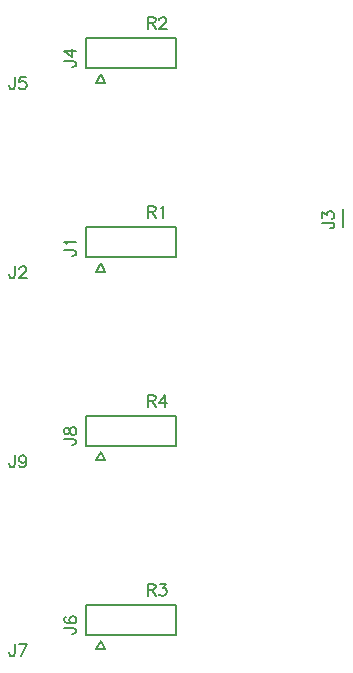
<source format=gto>
%FSLAX46Y46*%
%MOMM*%
%ADD10C,0.150000*%
%ADD11C,0.200000*%
G01*
%LPD*%
G01*
%LPD*%
D10*
X5199143Y-31342096D02*
X5199143Y-30580190D01*
D10*
X5151524Y-31484952D02*
X5199143Y-31342096D01*
D10*
X5103905Y-31532572D02*
X5151524Y-31484952D01*
D10*
X5008667Y-31580190D02*
X5103905Y-31532572D01*
D10*
X4913428Y-31580190D02*
X5008667Y-31580190D01*
D10*
X4818190Y-31532572D02*
X4913428Y-31580190D01*
D10*
X4770571Y-31484952D02*
X4818190Y-31532572D01*
D10*
X4722952Y-31342096D02*
X4770571Y-31484952D01*
D10*
X4722952Y-31246858D02*
X4722952Y-31342096D01*
D10*
X5580095Y-30770666D02*
X5580095Y-30818286D01*
D10*
X5627714Y-30675428D02*
X5580095Y-30770666D01*
D10*
X5675333Y-30627810D02*
X5627714Y-30675428D01*
D10*
X5770571Y-30580190D02*
X5675333Y-30627810D01*
D10*
X5961047Y-30580190D02*
X5770571Y-30580190D01*
D10*
X6056285Y-30627810D02*
X5961047Y-30580190D01*
D10*
X6103905Y-30675428D02*
X6056285Y-30627810D01*
D10*
X6151524Y-30770666D02*
X6103905Y-30675428D01*
D10*
X6151524Y-30865904D02*
X6151524Y-30770666D01*
D10*
X6103905Y-30961142D02*
X6151524Y-30865904D01*
D10*
X6008666Y-31104000D02*
X6103905Y-30961142D01*
D10*
X5532476Y-31580190D02*
X6008666Y-31104000D01*
D10*
X6199143Y-31580190D02*
X5532476Y-31580190D01*
D10*
X5199143Y-15342095D02*
X5199143Y-14580190D01*
D10*
X5151524Y-15484952D02*
X5199143Y-15342095D01*
D10*
X5103905Y-15532571D02*
X5151524Y-15484952D01*
D10*
X5008667Y-15580190D02*
X5103905Y-15532571D01*
D10*
X4913428Y-15580190D02*
X5008667Y-15580190D01*
D10*
X4818190Y-15532571D02*
X4913428Y-15580190D01*
D10*
X4770571Y-15484952D02*
X4818190Y-15532571D01*
D10*
X4722952Y-15342095D02*
X4770571Y-15484952D01*
D10*
X4722952Y-15246857D02*
X4722952Y-15342095D01*
D10*
X5627714Y-14580190D02*
X6103905Y-14580190D01*
D10*
X5580095Y-15008762D02*
X5627714Y-14580190D01*
D10*
X5627714Y-14961143D02*
X5580095Y-15008762D01*
D10*
X5770571Y-14913524D02*
X5627714Y-14961143D01*
D10*
X5913428Y-14913524D02*
X5770571Y-14913524D01*
D10*
X6056285Y-14961143D02*
X5913428Y-14913524D01*
D10*
X6151524Y-15056381D02*
X6056285Y-14961143D01*
D10*
X6199143Y-15199238D02*
X6151524Y-15056381D01*
D10*
X6199143Y-15294476D02*
X6199143Y-15199238D01*
D10*
X6151524Y-15437333D02*
X6199143Y-15294476D01*
D10*
X6056285Y-15532571D02*
X6151524Y-15437333D01*
D10*
X5913428Y-15580190D02*
X6056285Y-15532571D01*
D10*
X5770571Y-15580190D02*
X5913428Y-15580190D01*
D10*
X5627714Y-15532571D02*
X5770571Y-15580190D01*
D10*
X5580095Y-15484952D02*
X5627714Y-15532571D01*
D10*
X5532476Y-15389714D02*
X5580095Y-15484952D01*
D10*
X18810000Y-61770000D02*
X11190000Y-61770000D01*
D10*
X11190000Y-59230000D02*
X18810000Y-59230000D01*
D10*
X12085000Y-63020000D02*
X12460000Y-62270000D01*
D10*
X12460000Y-62270000D02*
X12835000Y-63020000D01*
D10*
X18810000Y-59230000D02*
X18810000Y-61770000D01*
D10*
X12835000Y-63020000D02*
X12085000Y-63020000D01*
D10*
X11190000Y-61770000D02*
X11190000Y-59230000D01*
D10*
X10158095Y-61198572D02*
X9396190Y-61198572D01*
D10*
X10300952Y-61246192D02*
X10158095Y-61198572D01*
D10*
X10348571Y-61293808D02*
X10300952Y-61246192D01*
D10*
X10396190Y-61389048D02*
X10348571Y-61293808D01*
D10*
X10396190Y-61484284D02*
X10396190Y-61389048D01*
D10*
X10348571Y-61579524D02*
X10396190Y-61484284D01*
D10*
X10300952Y-61627144D02*
X10348571Y-61579524D01*
D10*
X10158095Y-61674760D02*
X10300952Y-61627144D01*
D10*
X10062857Y-61674760D02*
X10158095Y-61674760D01*
D10*
X9443810Y-60293808D02*
X9539048Y-60246192D01*
D10*
X9396190Y-60436668D02*
X9443810Y-60293808D01*
D10*
X9396190Y-60531904D02*
X9396190Y-60436668D01*
D10*
X9443810Y-60674760D02*
X9396190Y-60531904D01*
D10*
X9586667Y-60770000D02*
X9443810Y-60674760D01*
D10*
X9824762Y-60817620D02*
X9586667Y-60770000D01*
D10*
X10062857Y-60817620D02*
X9824762Y-60817620D01*
D10*
X10253333Y-60770000D02*
X10062857Y-60817620D01*
D10*
X10348571Y-60674760D02*
X10253333Y-60770000D01*
D10*
X10396190Y-60531904D02*
X10348571Y-60674760D01*
D10*
X10396190Y-60484284D02*
X10396190Y-60531904D01*
D10*
X10348571Y-60341428D02*
X10396190Y-60484284D01*
D10*
X10253333Y-60246192D02*
X10348571Y-60341428D01*
D10*
X10110476Y-60198572D02*
X10253333Y-60246192D01*
D10*
X10062857Y-60198572D02*
X10110476Y-60198572D01*
D10*
X9920000Y-60246192D02*
X10062857Y-60198572D01*
D10*
X9824762Y-60341428D02*
X9920000Y-60246192D01*
D10*
X9777143Y-60484284D02*
X9824762Y-60341428D01*
D10*
X9777143Y-60531904D02*
X9777143Y-60484284D01*
D10*
X9824762Y-60674760D02*
X9777143Y-60531904D01*
D10*
X9920000Y-60770000D02*
X9824762Y-60674760D01*
D10*
X10062857Y-60817620D02*
X9920000Y-60770000D01*
D11*
X33000000Y-27250000D02*
X33000000Y-25750000D01*
D10*
X31988096Y-26892858D02*
X31226190Y-26892858D01*
D10*
X32130952Y-26940476D02*
X31988096Y-26892858D01*
D10*
X32178572Y-26988096D02*
X32130952Y-26940476D01*
D10*
X32226190Y-27083334D02*
X32178572Y-26988096D01*
D10*
X32226190Y-27178572D02*
X32226190Y-27083334D01*
D10*
X32178572Y-27273810D02*
X32226190Y-27178572D01*
D10*
X32130952Y-27321428D02*
X32178572Y-27273810D01*
D10*
X31988096Y-27369048D02*
X32130952Y-27321428D01*
D10*
X31892858Y-27369048D02*
X31988096Y-27369048D01*
D10*
X31226190Y-25940476D02*
X31226190Y-26464286D01*
D10*
X31607142Y-26226190D02*
X31226190Y-25940476D01*
D10*
X31607142Y-26083334D02*
X31607142Y-26226190D01*
D10*
X31654762Y-25988096D02*
X31607142Y-26083334D01*
D10*
X31702380Y-25940476D02*
X31654762Y-25988096D01*
D10*
X31845238Y-25892858D02*
X31702380Y-25940476D01*
D10*
X31940476Y-25892858D02*
X31845238Y-25892858D01*
D10*
X32083334Y-25940476D02*
X31940476Y-25892858D01*
D10*
X32178572Y-26035714D02*
X32083334Y-25940476D01*
D10*
X32226190Y-26178572D02*
X32178572Y-26035714D01*
D10*
X32226190Y-26321428D02*
X32226190Y-26178572D01*
D10*
X32178572Y-26464286D02*
X32226190Y-26321428D01*
D10*
X32130952Y-26511904D02*
X32178572Y-26464286D01*
D10*
X32035714Y-26559524D02*
X32130952Y-26511904D01*
D10*
X16438095Y-58476192D02*
X16438095Y-57476192D01*
D10*
X16866666Y-57476192D02*
X16438095Y-57476192D01*
D10*
X17009524Y-57523808D02*
X16866666Y-57476192D01*
D10*
X17057142Y-57571428D02*
X17009524Y-57523808D01*
D10*
X17104762Y-57666668D02*
X17057142Y-57571428D01*
D10*
X17104762Y-57761904D02*
X17104762Y-57666668D01*
D10*
X17057142Y-57857144D02*
X17104762Y-57761904D01*
D10*
X17009524Y-57904760D02*
X17057142Y-57857144D01*
D10*
X16866666Y-57952380D02*
X17009524Y-57904760D01*
D10*
X16438095Y-57952380D02*
X16866666Y-57952380D01*
D10*
X17104762Y-58476192D02*
X16771429Y-57952380D01*
D10*
X18009524Y-57476192D02*
X17485714Y-57476192D01*
D10*
X17723810Y-57857144D02*
X18009524Y-57476192D01*
D10*
X17866666Y-57857144D02*
X17723810Y-57857144D01*
D10*
X17961904Y-57904760D02*
X17866666Y-57857144D01*
D10*
X18009524Y-57952380D02*
X17961904Y-57904760D01*
D10*
X18057142Y-58095240D02*
X18009524Y-57952380D01*
D10*
X18057142Y-58190476D02*
X18057142Y-58095240D01*
D10*
X18009524Y-58333332D02*
X18057142Y-58190476D01*
D10*
X17914286Y-58428572D02*
X18009524Y-58333332D01*
D10*
X17771428Y-58476192D02*
X17914286Y-58428572D01*
D10*
X17628572Y-58476192D02*
X17771428Y-58476192D01*
D10*
X17485714Y-58428572D02*
X17628572Y-58476192D01*
D10*
X17438096Y-58380952D02*
X17485714Y-58428572D01*
D10*
X17390476Y-58285716D02*
X17438096Y-58380952D01*
D10*
X16438095Y-26476190D02*
X16438095Y-25476190D01*
D10*
X16866666Y-25476190D02*
X16438095Y-25476190D01*
D10*
X17009524Y-25523810D02*
X16866666Y-25476190D01*
D10*
X17057142Y-25571428D02*
X17009524Y-25523810D01*
D10*
X17104762Y-25666666D02*
X17057142Y-25571428D01*
D10*
X17104762Y-25761904D02*
X17104762Y-25666666D01*
D10*
X17057142Y-25857142D02*
X17104762Y-25761904D01*
D10*
X17009524Y-25904762D02*
X17057142Y-25857142D01*
D10*
X16866666Y-25952380D02*
X17009524Y-25904762D01*
D10*
X16438095Y-25952380D02*
X16866666Y-25952380D01*
D10*
X17104762Y-26476190D02*
X16771429Y-25952380D01*
D10*
X17628572Y-25619048D02*
X17533334Y-25666666D01*
D10*
X17771428Y-25476190D02*
X17628572Y-25619048D01*
D10*
X17771428Y-26476190D02*
X17771428Y-25476190D01*
D10*
X5199143Y-47342096D02*
X5199143Y-46580192D01*
D10*
X5151524Y-47484952D02*
X5199143Y-47342096D01*
D10*
X5103905Y-47532572D02*
X5151524Y-47484952D01*
D10*
X5008667Y-47580192D02*
X5103905Y-47532572D01*
D10*
X4913428Y-47580192D02*
X5008667Y-47580192D01*
D10*
X4818190Y-47532572D02*
X4913428Y-47580192D01*
D10*
X4770571Y-47484952D02*
X4818190Y-47532572D01*
D10*
X4722952Y-47342096D02*
X4770571Y-47484952D01*
D10*
X4722952Y-47246856D02*
X4722952Y-47342096D01*
D10*
X6103905Y-47056380D02*
X6151524Y-46913524D01*
D10*
X6008666Y-47151620D02*
X6103905Y-47056380D01*
D10*
X5865809Y-47199240D02*
X6008666Y-47151620D01*
D10*
X5818190Y-47199240D02*
X5865809Y-47199240D01*
D10*
X5675333Y-47151620D02*
X5818190Y-47199240D01*
D10*
X5580095Y-47056380D02*
X5675333Y-47151620D01*
D10*
X5532476Y-46913524D02*
X5580095Y-47056380D01*
D10*
X5532476Y-46865904D02*
X5532476Y-46913524D01*
D10*
X5580095Y-46723048D02*
X5532476Y-46865904D01*
D10*
X5675333Y-46627808D02*
X5580095Y-46723048D01*
D10*
X5818190Y-46580192D02*
X5675333Y-46627808D01*
D10*
X5865809Y-46580192D02*
X5818190Y-46580192D01*
D10*
X6008666Y-46627808D02*
X5865809Y-46580192D01*
D10*
X6103905Y-46723048D02*
X6008666Y-46627808D01*
D10*
X6151524Y-46913524D02*
X6103905Y-46723048D01*
D10*
X6151524Y-47151620D02*
X6151524Y-46913524D01*
D10*
X6103905Y-47389716D02*
X6151524Y-47151620D01*
D10*
X6008666Y-47532572D02*
X6103905Y-47389716D01*
D10*
X5865809Y-47580192D02*
X6008666Y-47532572D01*
D10*
X5770571Y-47580192D02*
X5865809Y-47580192D01*
D10*
X5627714Y-47532572D02*
X5770571Y-47580192D01*
D10*
X5580095Y-47437332D02*
X5627714Y-47532572D01*
D10*
X5199143Y-63342096D02*
X5199143Y-62580192D01*
D10*
X5151524Y-63484952D02*
X5199143Y-63342096D01*
D10*
X5103905Y-63532572D02*
X5151524Y-63484952D01*
D10*
X5008667Y-63580192D02*
X5103905Y-63532572D01*
D10*
X4913428Y-63580192D02*
X5008667Y-63580192D01*
D10*
X4818190Y-63532572D02*
X4913428Y-63580192D01*
D10*
X4770571Y-63484952D02*
X4818190Y-63532572D01*
D10*
X4722952Y-63342096D02*
X4770571Y-63484952D01*
D10*
X4722952Y-63246856D02*
X4722952Y-63342096D01*
D10*
X5722952Y-63580192D02*
X6199143Y-62580192D01*
D10*
X6199143Y-62580192D02*
X5532476Y-62580192D01*
D10*
X18810000Y-45770000D02*
X11190000Y-45770000D01*
D10*
X11190000Y-43230000D02*
X18810000Y-43230000D01*
D10*
X12085000Y-47020000D02*
X12460000Y-46270000D01*
D10*
X12460000Y-46270000D02*
X12835000Y-47020000D01*
D10*
X18810000Y-43230000D02*
X18810000Y-45770000D01*
D10*
X12835000Y-47020000D02*
X12085000Y-47020000D01*
D10*
X11190000Y-45770000D02*
X11190000Y-43230000D01*
D10*
X10158095Y-45198572D02*
X9396190Y-45198572D01*
D10*
X10300952Y-45246192D02*
X10158095Y-45198572D01*
D10*
X10348571Y-45293808D02*
X10300952Y-45246192D01*
D10*
X10396190Y-45389048D02*
X10348571Y-45293808D01*
D10*
X10396190Y-45484284D02*
X10396190Y-45389048D01*
D10*
X10348571Y-45579524D02*
X10396190Y-45484284D01*
D10*
X10300952Y-45627144D02*
X10348571Y-45579524D01*
D10*
X10158095Y-45674760D02*
X10300952Y-45627144D01*
D10*
X10062857Y-45674760D02*
X10158095Y-45674760D01*
D10*
X9443810Y-44770000D02*
X9396190Y-44627144D01*
D10*
X9539048Y-44817620D02*
X9443810Y-44770000D01*
D10*
X9634286Y-44817620D02*
X9539048Y-44817620D01*
D10*
X9729524Y-44770000D02*
X9634286Y-44817620D01*
D10*
X9777143Y-44674760D02*
X9729524Y-44770000D01*
D10*
X9824762Y-44484284D02*
X9777143Y-44674760D01*
D10*
X9872381Y-44341428D02*
X9824762Y-44484284D01*
D10*
X9967619Y-44246192D02*
X9872381Y-44341428D01*
D10*
X10062857Y-44198572D02*
X9967619Y-44246192D01*
D10*
X10205714Y-44198572D02*
X10062857Y-44198572D01*
D10*
X10300952Y-44246192D02*
X10205714Y-44198572D01*
D10*
X10348571Y-44293808D02*
X10300952Y-44246192D01*
D10*
X10396190Y-44436668D02*
X10348571Y-44293808D01*
D10*
X10396190Y-44627144D02*
X10396190Y-44436668D01*
D10*
X10348571Y-44770000D02*
X10396190Y-44627144D01*
D10*
X10300952Y-44817620D02*
X10348571Y-44770000D01*
D10*
X10205714Y-44865240D02*
X10300952Y-44817620D01*
D10*
X10062857Y-44865240D02*
X10205714Y-44865240D01*
D10*
X9967619Y-44817620D02*
X10062857Y-44865240D01*
D10*
X9872381Y-44722380D02*
X9967619Y-44817620D01*
D10*
X9824762Y-44579524D02*
X9872381Y-44722380D01*
D10*
X9777143Y-44389048D02*
X9824762Y-44579524D01*
D10*
X9729524Y-44293808D02*
X9777143Y-44389048D01*
D10*
X9634286Y-44246192D02*
X9729524Y-44293808D01*
D10*
X9539048Y-44246192D02*
X9634286Y-44246192D01*
D10*
X9443810Y-44293808D02*
X9539048Y-44246192D01*
D10*
X9396190Y-44436668D02*
X9443810Y-44293808D01*
D10*
X9396190Y-44627144D02*
X9396190Y-44436668D01*
D10*
X18810000Y-29770000D02*
X11190000Y-29770000D01*
D10*
X11190000Y-27230000D02*
X18810000Y-27230000D01*
D10*
X12085000Y-31020000D02*
X12460000Y-30270000D01*
D10*
X12460000Y-30270000D02*
X12835000Y-31020000D01*
D10*
X18810000Y-27230000D02*
X18810000Y-29770000D01*
D10*
X12835000Y-31020000D02*
X12085000Y-31020000D01*
D10*
X11190000Y-29770000D02*
X11190000Y-27230000D01*
D10*
X10158095Y-29198572D02*
X9396190Y-29198572D01*
D10*
X10300952Y-29246190D02*
X10158095Y-29198572D01*
D10*
X10348571Y-29293810D02*
X10300952Y-29246190D01*
D10*
X10396190Y-29389048D02*
X10348571Y-29293810D01*
D10*
X10396190Y-29484286D02*
X10396190Y-29389048D01*
D10*
X10348571Y-29579524D02*
X10396190Y-29484286D01*
D10*
X10300952Y-29627142D02*
X10348571Y-29579524D01*
D10*
X10158095Y-29674762D02*
X10300952Y-29627142D01*
D10*
X10062857Y-29674762D02*
X10158095Y-29674762D01*
D10*
X9539048Y-28627142D02*
X9586667Y-28722380D01*
D10*
X9396190Y-28484286D02*
X9539048Y-28627142D01*
D10*
X10396190Y-28484286D02*
X9396190Y-28484286D01*
D10*
X16438095Y-10476190D02*
X16438095Y-9476190D01*
D10*
X16866666Y-9476190D02*
X16438095Y-9476190D01*
D10*
X17009524Y-9523810D02*
X16866666Y-9476190D01*
D10*
X17057142Y-9571429D02*
X17009524Y-9523810D01*
D10*
X17104762Y-9666667D02*
X17057142Y-9571429D01*
D10*
X17104762Y-9761905D02*
X17104762Y-9666667D01*
D10*
X17057142Y-9857143D02*
X17104762Y-9761905D01*
D10*
X17009524Y-9904762D02*
X17057142Y-9857143D01*
D10*
X16866666Y-9952381D02*
X17009524Y-9904762D01*
D10*
X16438095Y-9952381D02*
X16866666Y-9952381D01*
D10*
X17104762Y-10476190D02*
X16771429Y-9952381D01*
D10*
X17438096Y-9666667D02*
X17438096Y-9714286D01*
D10*
X17485714Y-9571429D02*
X17438096Y-9666667D01*
D10*
X17533334Y-9523810D02*
X17485714Y-9571429D01*
D10*
X17628572Y-9476190D02*
X17533334Y-9523810D01*
D10*
X17819048Y-9476190D02*
X17628572Y-9476190D01*
D10*
X17914286Y-9523810D02*
X17819048Y-9476190D01*
D10*
X17961904Y-9571429D02*
X17914286Y-9523810D01*
D10*
X18009524Y-9666667D02*
X17961904Y-9571429D01*
D10*
X18009524Y-9761905D02*
X18009524Y-9666667D01*
D10*
X17961904Y-9857143D02*
X18009524Y-9761905D01*
D10*
X17866666Y-10000000D02*
X17961904Y-9857143D01*
D10*
X17390476Y-10476190D02*
X17866666Y-10000000D01*
D10*
X18057142Y-10476190D02*
X17390476Y-10476190D01*
D10*
X16438095Y-42476192D02*
X16438095Y-41476192D01*
D10*
X16866666Y-41476192D02*
X16438095Y-41476192D01*
D10*
X17009524Y-41523808D02*
X16866666Y-41476192D01*
D10*
X17057142Y-41571428D02*
X17009524Y-41523808D01*
D10*
X17104762Y-41666668D02*
X17057142Y-41571428D01*
D10*
X17104762Y-41761904D02*
X17104762Y-41666668D01*
D10*
X17057142Y-41857144D02*
X17104762Y-41761904D01*
D10*
X17009524Y-41904760D02*
X17057142Y-41857144D01*
D10*
X16866666Y-41952380D02*
X17009524Y-41904760D01*
D10*
X16438095Y-41952380D02*
X16866666Y-41952380D01*
D10*
X17104762Y-42476192D02*
X16771429Y-41952380D01*
D10*
X17390476Y-42142856D02*
X17866666Y-41476192D01*
D10*
X18104762Y-42142856D02*
X17390476Y-42142856D01*
D10*
X17866666Y-42476192D02*
X17866666Y-41476192D01*
D10*
X18810000Y-13770000D02*
X11190000Y-13770000D01*
D10*
X11190000Y-11230000D02*
X18810000Y-11230000D01*
D10*
X12085000Y-15020000D02*
X12460000Y-14270000D01*
D10*
X12460000Y-14270000D02*
X12835000Y-15020000D01*
D10*
X18810000Y-11230000D02*
X18810000Y-13770000D01*
D10*
X12835000Y-15020000D02*
X12085000Y-15020000D01*
D10*
X11190000Y-13770000D02*
X11190000Y-11230000D01*
D10*
X10158095Y-13198571D02*
X9396190Y-13198571D01*
D10*
X10300952Y-13246190D02*
X10158095Y-13198571D01*
D10*
X10348571Y-13293810D02*
X10300952Y-13246190D01*
D10*
X10396190Y-13389048D02*
X10348571Y-13293810D01*
D10*
X10396190Y-13484286D02*
X10396190Y-13389048D01*
D10*
X10348571Y-13579524D02*
X10396190Y-13484286D01*
D10*
X10300952Y-13627143D02*
X10348571Y-13579524D01*
D10*
X10158095Y-13674762D02*
X10300952Y-13627143D01*
D10*
X10062857Y-13674762D02*
X10158095Y-13674762D01*
D10*
X10062857Y-12865238D02*
X9396190Y-12389048D01*
D10*
X10062857Y-12150952D02*
X10062857Y-12865238D01*
D10*
X10396190Y-12389048D02*
X9396190Y-12389048D01*
G75*
M02*

</source>
